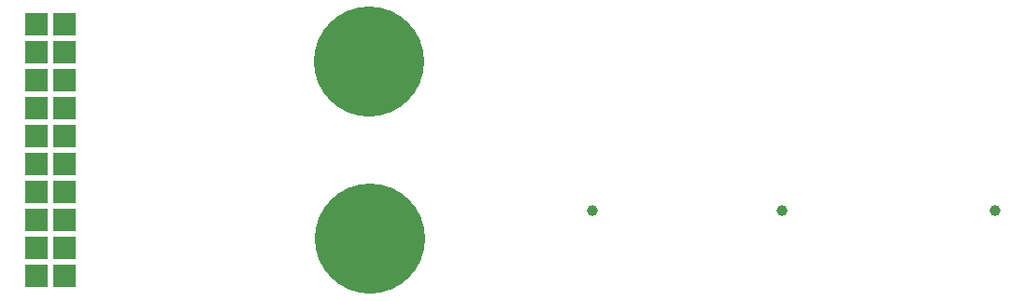
<source format=gtp>
G04 Layer_Color=8421504*
%FSLAX43Y43*%
%MOMM*%
G71*
G01*
G75*
%ADD11C,10.000*%
%ADD12O,0.950X1.000*%
%ADD29R,2.100X2.100*%
D11*
X33000Y24000D02*
D03*
X33050Y7900D02*
D03*
D12*
X89674Y10490D02*
D03*
X70370D02*
D03*
X53225D02*
D03*
D29*
X5334Y4568D02*
D03*
Y7108D02*
D03*
X2794Y4568D02*
D03*
Y7108D02*
D03*
Y9648D02*
D03*
X5334D02*
D03*
Y12188D02*
D03*
X2794D02*
D03*
X5334Y14728D02*
D03*
X2794D02*
D03*
Y17268D02*
D03*
X5334D02*
D03*
Y19808D02*
D03*
X2794D02*
D03*
Y22348D02*
D03*
X5334D02*
D03*
Y24888D02*
D03*
X2794D02*
D03*
Y27428D02*
D03*
X5334D02*
D03*
M02*

</source>
